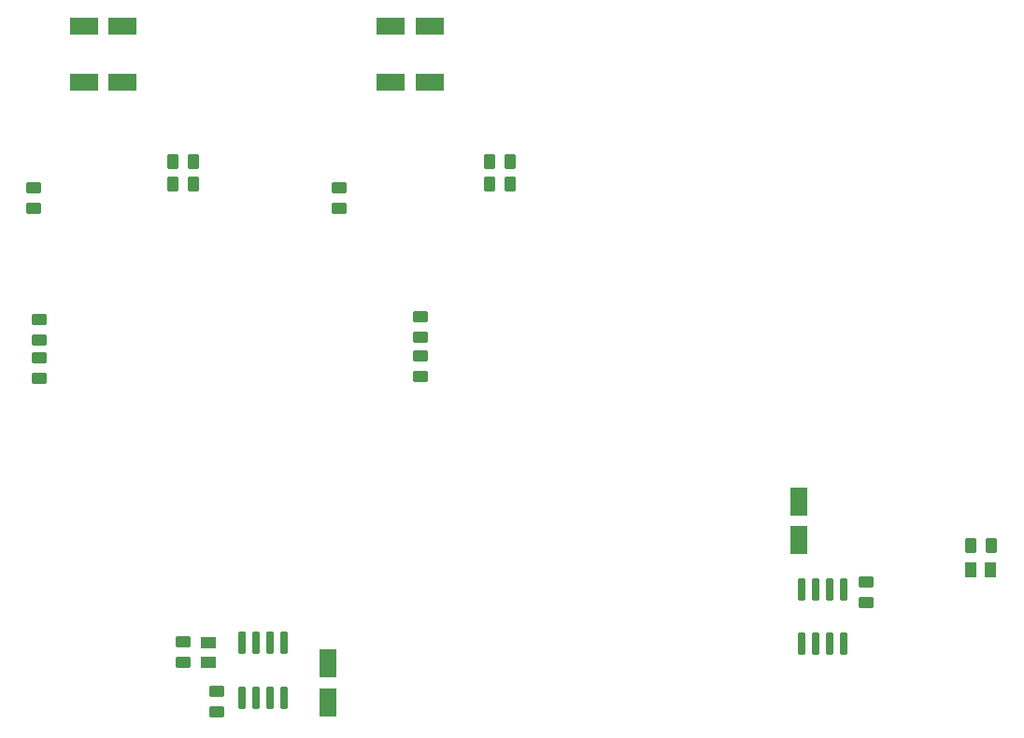
<source format=gtp>
G04*
G04 #@! TF.GenerationSoftware,Altium Limited,Altium Designer,23.8.1 (32)*
G04*
G04 Layer_Color=8421504*
%FSLAX25Y25*%
%MOIN*%
G70*
G04*
G04 #@! TF.SameCoordinates,F96B85ED-F025-470D-A382-F87F92A237BF*
G04*
G04*
G04 #@! TF.FilePolarity,Positive*
G04*
G01*
G75*
G04:AMPARAMS|DCode=15|XSize=39.37mil|YSize=55.91mil|CornerRadius=4.92mil|HoleSize=0mil|Usage=FLASHONLY|Rotation=270.000|XOffset=0mil|YOffset=0mil|HoleType=Round|Shape=RoundedRectangle|*
%AMROUNDEDRECTD15*
21,1,0.03937,0.04606,0,0,270.0*
21,1,0.02953,0.05591,0,0,270.0*
1,1,0.00984,-0.02303,-0.01476*
1,1,0.00984,-0.02303,0.01476*
1,1,0.00984,0.02303,0.01476*
1,1,0.00984,0.02303,-0.01476*
%
%ADD15ROUNDEDRECTD15*%
G04:AMPARAMS|DCode=16|XSize=77.56mil|YSize=23.62mil|CornerRadius=2.95mil|HoleSize=0mil|Usage=FLASHONLY|Rotation=90.000|XOffset=0mil|YOffset=0mil|HoleType=Round|Shape=RoundedRectangle|*
%AMROUNDEDRECTD16*
21,1,0.07756,0.01772,0,0,90.0*
21,1,0.07165,0.02362,0,0,90.0*
1,1,0.00591,0.00886,0.03583*
1,1,0.00591,0.00886,-0.03583*
1,1,0.00591,-0.00886,-0.03583*
1,1,0.00591,-0.00886,0.03583*
%
%ADD16ROUNDEDRECTD16*%
G04:AMPARAMS|DCode=17|XSize=39.37mil|YSize=55.91mil|CornerRadius=4.92mil|HoleSize=0mil|Usage=FLASHONLY|Rotation=0.000|XOffset=0mil|YOffset=0mil|HoleType=Round|Shape=RoundedRectangle|*
%AMROUNDEDRECTD17*
21,1,0.03937,0.04606,0,0,0.0*
21,1,0.02953,0.05591,0,0,0.0*
1,1,0.00984,0.01476,-0.02303*
1,1,0.00984,-0.01476,-0.02303*
1,1,0.00984,-0.01476,0.02303*
1,1,0.00984,0.01476,0.02303*
%
%ADD17ROUNDEDRECTD17*%
%ADD18R,0.05709X0.04331*%
%ADD19R,0.04331X0.05709*%
%ADD20R,0.09843X0.06299*%
%ADD21R,0.06299X0.09843*%
D15*
X412000Y245181D02*
D03*
Y237819D02*
D03*
X180500Y206181D02*
D03*
Y198819D02*
D03*
X168500Y216319D02*
D03*
Y223681D02*
D03*
X224000Y378319D02*
D03*
Y385681D02*
D03*
X115000Y378319D02*
D03*
Y385681D02*
D03*
X117000Y338681D02*
D03*
Y331319D02*
D03*
Y317638D02*
D03*
Y325000D02*
D03*
X253000Y318319D02*
D03*
Y325681D02*
D03*
Y339681D02*
D03*
Y332319D02*
D03*
D16*
X389000Y242488D02*
D03*
X394000D02*
D03*
X399000D02*
D03*
X404000D02*
D03*
Y223000D02*
D03*
X399000D02*
D03*
X394000D02*
D03*
X389000D02*
D03*
X204500Y203756D02*
D03*
X199500D02*
D03*
X194500D02*
D03*
X189500D02*
D03*
Y223244D02*
D03*
X194500D02*
D03*
X199500D02*
D03*
X204500D02*
D03*
D17*
X277819Y395000D02*
D03*
X285181D02*
D03*
X277819Y387000D02*
D03*
X285181D02*
D03*
X164819Y395000D02*
D03*
X172181D02*
D03*
X164819Y387000D02*
D03*
X172181D02*
D03*
X456681Y258000D02*
D03*
X449319D02*
D03*
D18*
X177500Y216457D02*
D03*
Y223543D02*
D03*
D19*
X456543Y249500D02*
D03*
X449457D02*
D03*
D20*
X146890Y423500D02*
D03*
X133110D02*
D03*
X146890Y443500D02*
D03*
X133110D02*
D03*
X256390Y423500D02*
D03*
X242610D02*
D03*
X256390Y443500D02*
D03*
X242610D02*
D03*
D21*
X220000Y202110D02*
D03*
Y215890D02*
D03*
X388000Y260000D02*
D03*
Y273780D02*
D03*
M02*

</source>
